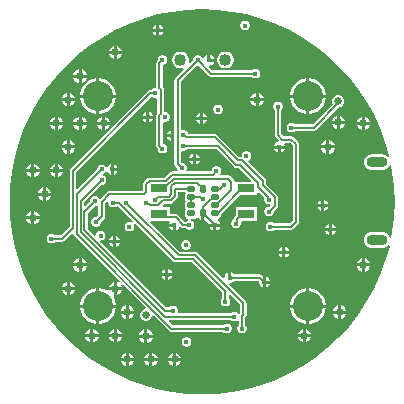
<source format=gbl>
G04*
G04 #@! TF.GenerationSoftware,Altium Limited,Altium Designer,23.3.1 (30)*
G04*
G04 Layer_Physical_Order=4*
G04 Layer_Color=16711680*
%FSLAX44Y44*%
%MOMM*%
G71*
G04*
G04 #@! TF.SameCoordinates,610A2BD2-EBF3-4158-A638-8146B1F39EFF*
G04*
G04*
G04 #@! TF.FilePolarity,Positive*
G04*
G01*
G75*
%ADD15C,0.1270*%
%ADD28R,1.4478X0.7620*%
%ADD79C,1.0200*%
%ADD80O,1.8000X0.9000*%
%ADD81C,0.5000*%
%ADD82C,0.4064*%
%ADD83C,0.6350*%
%ADD84C,2.5400*%
G04:AMPARAMS|DCode=97|XSize=0.63mm|YSize=0.5mm|CornerRadius=0.125mm|HoleSize=0mm|Usage=FLASHONLY|Rotation=0.000|XOffset=0mm|YOffset=0mm|HoleType=Round|Shape=RoundedRectangle|*
%AMROUNDEDRECTD97*
21,1,0.6300,0.2500,0,0,0.0*
21,1,0.3800,0.5000,0,0,0.0*
1,1,0.2500,0.1900,-0.1250*
1,1,0.2500,-0.1900,-0.1250*
1,1,0.2500,-0.1900,0.1250*
1,1,0.2500,0.1900,0.1250*
%
%ADD97ROUNDEDRECTD97*%
G04:AMPARAMS|DCode=98|XSize=0.63mm|YSize=0.5mm|CornerRadius=0.125mm|HoleSize=0mm|Usage=FLASHONLY|Rotation=90.000|XOffset=0mm|YOffset=0mm|HoleType=Round|Shape=RoundedRectangle|*
%AMROUNDEDRECTD98*
21,1,0.6300,0.2500,0,0,90.0*
21,1,0.3800,0.5000,0,0,90.0*
1,1,0.2500,0.1250,0.1900*
1,1,0.2500,0.1250,-0.1900*
1,1,0.2500,-0.1250,-0.1900*
1,1,0.2500,-0.1250,0.1900*
%
%ADD98ROUNDEDRECTD98*%
G36*
X266159Y415929D02*
X278874Y414424D01*
X291432Y411926D01*
X303755Y408451D01*
X315768Y404019D01*
X327396Y398658D01*
X338567Y392402D01*
X349213Y385289D01*
X359268Y377362D01*
X368671Y368671D01*
X377362Y359268D01*
X385289Y349213D01*
X392402Y338567D01*
X398658Y327396D01*
X404019Y315768D01*
X408451Y303755D01*
X411690Y292271D01*
X410602Y291682D01*
X410538Y291674D01*
X409194Y292706D01*
X407605Y293364D01*
X405900Y293588D01*
X396900D01*
X395195Y293364D01*
X393606Y292706D01*
X392241Y291659D01*
X391194Y290294D01*
X390536Y288705D01*
X390312Y287000D01*
X390536Y285295D01*
X391194Y283706D01*
X392241Y282341D01*
X393606Y281294D01*
X395195Y280636D01*
X396900Y280412D01*
X405900D01*
X407605Y280636D01*
X409194Y281294D01*
X410559Y282341D01*
X411606Y283706D01*
X411986Y284623D01*
X413306Y284493D01*
X414424Y278874D01*
X415929Y266159D01*
X416432Y253365D01*
X415929Y240571D01*
X414424Y227856D01*
X413456Y222987D01*
X413133Y222911D01*
X412156Y222965D01*
X411606Y224294D01*
X410559Y225659D01*
X409194Y226706D01*
X407605Y227364D01*
X405900Y227588D01*
X396900D01*
X395195Y227364D01*
X393606Y226706D01*
X392241Y225659D01*
X391194Y224294D01*
X390536Y222705D01*
X390312Y221000D01*
X390536Y219295D01*
X391194Y217706D01*
X392241Y216341D01*
X393606Y215294D01*
X395195Y214636D01*
X396900Y214412D01*
X405900D01*
X407605Y214636D01*
X409194Y215294D01*
X410559Y216341D01*
X410937Y216834D01*
X412125Y216296D01*
X411926Y215298D01*
X408451Y202975D01*
X404019Y190962D01*
X398658Y179334D01*
X392402Y168163D01*
X385289Y157517D01*
X377362Y147462D01*
X368671Y138059D01*
X359268Y129368D01*
X349213Y121441D01*
X338567Y114328D01*
X327396Y108071D01*
X315768Y102711D01*
X303755Y98279D01*
X291432Y94804D01*
X278874Y92306D01*
X266159Y90801D01*
X253365Y90298D01*
X240571Y90801D01*
X227856Y92306D01*
X215298Y94804D01*
X202975Y98279D01*
X190962Y102711D01*
X179334Y108071D01*
X168163Y114328D01*
X157517Y121441D01*
X147462Y129368D01*
X138059Y138059D01*
X129368Y147462D01*
X121441Y157517D01*
X114328Y168163D01*
X108071Y179334D01*
X102711Y190962D01*
X98279Y202975D01*
X94804Y215298D01*
X92306Y227856D01*
X90801Y240571D01*
X90298Y253365D01*
X90801Y266159D01*
X92306Y278874D01*
X94804Y291432D01*
X98279Y303755D01*
X102711Y315768D01*
X108071Y327396D01*
X114328Y338567D01*
X121441Y349213D01*
X129368Y359268D01*
X138059Y368671D01*
X147462Y377362D01*
X157517Y385289D01*
X168163Y392402D01*
X179334Y398658D01*
X190962Y404019D01*
X202975Y408451D01*
X215298Y411926D01*
X227856Y414424D01*
X240571Y415929D01*
X253365Y416432D01*
X266159Y415929D01*
D02*
G37*
%LPC*%
G36*
X217170Y403203D02*
Y400050D01*
X220323D01*
X219776Y401370D01*
X218490Y402656D01*
X217170Y403203D01*
D02*
G37*
G36*
X214630D02*
X213310Y402656D01*
X212024Y401370D01*
X211477Y400050D01*
X214630D01*
Y403203D01*
D02*
G37*
G36*
X290368Y406654D02*
X288752D01*
X287258Y406035D01*
X286115Y404892D01*
X285496Y403398D01*
Y401782D01*
X286115Y400288D01*
X287258Y399145D01*
X288752Y398526D01*
X290368D01*
X291862Y399145D01*
X293005Y400288D01*
X293624Y401782D01*
Y403398D01*
X293005Y404892D01*
X291862Y406035D01*
X290368Y406654D01*
D02*
G37*
G36*
X220323Y397510D02*
X217170D01*
Y394357D01*
X218490Y394904D01*
X219776Y396190D01*
X220323Y397510D01*
D02*
G37*
G36*
X214630D02*
X211477D01*
X212024Y396190D01*
X213310Y394904D01*
X214630Y394357D01*
Y397510D01*
D02*
G37*
G36*
X181178Y385466D02*
Y381076D01*
X185568D01*
X184753Y383044D01*
X183146Y384651D01*
X181178Y385466D01*
D02*
G37*
G36*
X178638D02*
X176671Y384651D01*
X175063Y383044D01*
X174248Y381076D01*
X178638D01*
Y385466D01*
D02*
G37*
G36*
X260350Y377803D02*
Y374650D01*
X263503D01*
X262956Y375970D01*
X261670Y377256D01*
X260350Y377803D01*
D02*
G37*
G36*
X185568Y378536D02*
X181178D01*
Y374146D01*
X183146Y374961D01*
X184753Y376569D01*
X185568Y378536D01*
D02*
G37*
G36*
X178638D02*
X174248D01*
X175063Y376569D01*
X176671Y374961D01*
X178638Y374146D01*
Y378536D01*
D02*
G37*
G36*
X273989Y380512D02*
X272111D01*
X270297Y380026D01*
X268671Y379087D01*
X267343Y377759D01*
X266404Y376133D01*
X265918Y374319D01*
Y372441D01*
X266404Y370627D01*
X267343Y369001D01*
X268671Y367673D01*
X270297Y366734D01*
X272111Y366248D01*
X273989D01*
X275803Y366734D01*
X277429Y367673D01*
X278757Y369001D01*
X279696Y370627D01*
X280182Y372441D01*
Y374319D01*
X279696Y376133D01*
X278757Y377759D01*
X277429Y379087D01*
X275803Y380026D01*
X273989Y380512D01*
D02*
G37*
G36*
X151194Y365476D02*
Y361086D01*
X155583D01*
X154768Y363054D01*
X153161Y364661D01*
X151194Y365476D01*
D02*
G37*
G36*
X148653D02*
X146686Y364661D01*
X145079Y363054D01*
X144264Y361086D01*
X148653D01*
Y365476D01*
D02*
G37*
G36*
X155583Y358546D02*
X151194D01*
Y354157D01*
X153161Y354972D01*
X154768Y356579D01*
X155583Y358546D01*
D02*
G37*
G36*
X148653D02*
X144264D01*
X145079Y356579D01*
X146686Y354972D01*
X148653Y354157D01*
Y358546D01*
D02*
G37*
G36*
X344401Y358140D02*
X344170D01*
Y344170D01*
X358140D01*
Y344401D01*
X357554Y347345D01*
X356405Y350119D01*
X354738Y352615D01*
X352615Y354738D01*
X350119Y356405D01*
X347345Y357554D01*
X344401Y358140D01*
D02*
G37*
G36*
X341630D02*
X341399D01*
X338455Y357554D01*
X335681Y356405D01*
X333185Y354738D01*
X331062Y352615D01*
X329394Y350119D01*
X328246Y347345D01*
X327660Y344401D01*
Y344170D01*
X341630D01*
Y358140D01*
D02*
G37*
G36*
X166601D02*
X166370D01*
Y344170D01*
X180340D01*
Y344401D01*
X179754Y347345D01*
X178605Y350119D01*
X176938Y352615D01*
X174815Y354738D01*
X172319Y356405D01*
X169545Y357554D01*
X166601Y358140D01*
D02*
G37*
G36*
X163830D02*
X163599D01*
X160655Y357554D01*
X157881Y356405D01*
X155385Y354738D01*
X153262Y352615D01*
X151594Y350119D01*
X150446Y347345D01*
X149860Y344401D01*
Y344170D01*
X163830D01*
Y358140D01*
D02*
G37*
G36*
X301117Y345486D02*
Y341097D01*
X305507D01*
X304692Y343064D01*
X303084Y344672D01*
X301117Y345486D01*
D02*
G37*
G36*
X298577D02*
X296610Y344672D01*
X295002Y343064D01*
X294187Y341097D01*
X298577D01*
Y345486D01*
D02*
G37*
G36*
X141199D02*
Y341097D01*
X145588D01*
X144774Y343064D01*
X143166Y344672D01*
X141199Y345486D01*
D02*
G37*
G36*
X138659D02*
X136691Y344672D01*
X135084Y343064D01*
X134269Y341097D01*
X138659D01*
Y345486D01*
D02*
G37*
G36*
X305507Y338557D02*
X301117D01*
Y334167D01*
X303084Y334982D01*
X304692Y336589D01*
X305507Y338557D01*
D02*
G37*
G36*
X298577D02*
X294187D01*
X295002Y336589D01*
X296610Y334982D01*
X298577Y334167D01*
Y338557D01*
D02*
G37*
G36*
X145588D02*
X141199D01*
Y334167D01*
X143166Y334982D01*
X144774Y336589D01*
X145588Y338557D01*
D02*
G37*
G36*
X138659D02*
X134269D01*
X135084Y336589D01*
X136691Y334982D01*
X138659Y334167D01*
Y338557D01*
D02*
G37*
G36*
X358140Y341630D02*
X344170D01*
Y327660D01*
X344401D01*
X347345Y328246D01*
X350119Y329394D01*
X352615Y331062D01*
X354738Y333185D01*
X356405Y335681D01*
X357554Y338455D01*
X358140Y341399D01*
Y341630D01*
D02*
G37*
G36*
X341630D02*
X327660D01*
Y341399D01*
X328246Y338455D01*
X329394Y335681D01*
X331062Y333185D01*
X333185Y331062D01*
X335681Y329394D01*
X338455Y328246D01*
X341399Y327660D01*
X341630D01*
Y341630D01*
D02*
G37*
G36*
X180340D02*
X166370D01*
Y327660D01*
X166601D01*
X169545Y328246D01*
X172319Y329394D01*
X174815Y331062D01*
X176938Y333185D01*
X178605Y335681D01*
X179754Y338455D01*
X180340Y341399D01*
Y341630D01*
D02*
G37*
G36*
X163830D02*
X149860D01*
Y341399D01*
X150446Y338455D01*
X151594Y335681D01*
X153262Y333185D01*
X155385Y331062D01*
X157881Y329394D01*
X160655Y328246D01*
X163599Y327660D01*
X163830D01*
Y341630D01*
D02*
G37*
G36*
X267508Y335534D02*
X265892D01*
X264398Y334915D01*
X263255Y333772D01*
X262636Y332278D01*
Y330662D01*
X263255Y329168D01*
X264398Y328025D01*
X265892Y327406D01*
X267508D01*
X269002Y328025D01*
X270145Y329168D01*
X270764Y330662D01*
Y332278D01*
X270145Y333772D01*
X269002Y334915D01*
X267508Y335534D01*
D02*
G37*
G36*
X208640Y329543D02*
Y326390D01*
X211793D01*
X211246Y327710D01*
X209960Y328996D01*
X208640Y329543D01*
D02*
G37*
G36*
X206100D02*
X204780Y328996D01*
X203494Y327710D01*
X202947Y326390D01*
X206100D01*
Y329543D01*
D02*
G37*
G36*
X254000Y328403D02*
Y325250D01*
X257153D01*
X256606Y326570D01*
X255320Y327856D01*
X254000Y328403D01*
D02*
G37*
G36*
X251460D02*
X250140Y327856D01*
X248854Y326570D01*
X248307Y325250D01*
X251460D01*
Y328403D01*
D02*
G37*
G36*
X369805Y326273D02*
Y321883D01*
X374195D01*
X373380Y323850D01*
X371772Y325458D01*
X369805Y326273D01*
D02*
G37*
G36*
X367265D02*
X365298Y325458D01*
X363690Y323850D01*
X362875Y321883D01*
X367265D01*
Y326273D01*
D02*
G37*
G36*
X391071Y325497D02*
Y321107D01*
X395461D01*
X394646Y323074D01*
X393038Y324682D01*
X391071Y325497D01*
D02*
G37*
G36*
X388531D02*
X386564Y324682D01*
X384956Y323074D01*
X384141Y321107D01*
X388531D01*
Y325497D01*
D02*
G37*
G36*
X171183D02*
Y321107D01*
X175573D01*
X174758Y323074D01*
X173151Y324682D01*
X171183Y325497D01*
D02*
G37*
G36*
X168643D02*
X166676Y324682D01*
X165068Y323074D01*
X164254Y321107D01*
X168643D01*
Y325497D01*
D02*
G37*
G36*
X151194D02*
Y321107D01*
X155583D01*
X154768Y323074D01*
X153161Y324682D01*
X151194Y325497D01*
D02*
G37*
G36*
X148653D02*
X146686Y324682D01*
X145079Y323074D01*
X144264Y321107D01*
X148653D01*
Y325497D01*
D02*
G37*
G36*
X131204D02*
Y321107D01*
X135594D01*
X134779Y323074D01*
X133171Y324682D01*
X131204Y325497D01*
D02*
G37*
G36*
X128664D02*
X126696Y324682D01*
X125089Y323074D01*
X124274Y321107D01*
X128664D01*
Y325497D01*
D02*
G37*
G36*
X235889Y380512D02*
X234011D01*
X232197Y380026D01*
X230571Y379087D01*
X229243Y377759D01*
X228304Y376133D01*
X227818Y374319D01*
Y372441D01*
X228304Y370627D01*
X229243Y369001D01*
X230571Y367673D01*
X232197Y366734D01*
X234011Y366248D01*
X235889D01*
X236943Y366530D01*
X237600Y365392D01*
X230573Y358365D01*
X229984Y357483D01*
X229777Y356442D01*
Y314541D01*
X229067Y314067D01*
Y309270D01*
Y304472D01*
X229777Y303998D01*
Y285664D01*
X229984Y284623D01*
X230573Y283741D01*
X232156Y282158D01*
Y281132D01*
X232483Y280341D01*
X231682Y279071D01*
X227742D01*
X227742Y279071D01*
X226701Y278864D01*
X225819Y278275D01*
X221409Y273864D01*
X208826D01*
X207786Y273657D01*
X206903Y273068D01*
X203817Y269981D01*
X203228Y269099D01*
X203021Y268059D01*
Y262746D01*
X202682Y262408D01*
X174599D01*
X174599Y262408D01*
X173558Y262201D01*
X172676Y261612D01*
X167141Y256076D01*
X166005Y256302D01*
X164862Y257445D01*
X163368Y258064D01*
X161752D01*
X160258Y257445D01*
X159115Y256302D01*
X158496Y254808D01*
Y253782D01*
X154261Y249546D01*
X153087Y250032D01*
Y252852D01*
X167952Y267716D01*
X168978D01*
X170472Y268335D01*
X171615Y269478D01*
X172234Y270972D01*
Y272588D01*
X171615Y274082D01*
X170472Y275225D01*
X169585Y275593D01*
Y276967D01*
X170472Y277335D01*
X171615Y278478D01*
X171708Y278701D01*
X173082D01*
X173294Y278190D01*
X174580Y276904D01*
X175900Y276357D01*
Y280780D01*
Y285203D01*
X174580Y284656D01*
X173294Y283370D01*
X173082Y282859D01*
X171708D01*
X171615Y283082D01*
X170472Y284225D01*
X168978Y284844D01*
X167362D01*
X165868Y284225D01*
X164725Y283082D01*
X164106Y281588D01*
Y280562D01*
X147657Y264112D01*
X146483Y264598D01*
Y278528D01*
X210504Y342548D01*
X211058Y341995D01*
X212552Y341376D01*
X214168D01*
X214284Y341424D01*
X215340Y340718D01*
Y329061D01*
X215247Y328968D01*
X214658Y328086D01*
X214451Y327045D01*
Y300990D01*
X214658Y299949D01*
X215247Y299067D01*
X215646Y298668D01*
Y297642D01*
X216265Y296148D01*
X217408Y295005D01*
X218902Y294386D01*
X220518D01*
X222012Y295005D01*
X223155Y296148D01*
X223774Y297642D01*
Y299258D01*
X223155Y300752D01*
X222012Y301895D01*
X220518Y302514D01*
X219889D01*
Y320407D01*
X220945Y321113D01*
X221082Y321056D01*
X222698D01*
X224192Y321675D01*
X225335Y322818D01*
X225954Y324312D01*
Y325928D01*
X225335Y327422D01*
X224192Y328565D01*
X222698Y329184D01*
X221082D01*
X220778Y329387D01*
Y348943D01*
X220571Y349983D01*
X219982Y350866D01*
X219982Y350866D01*
X219889Y350958D01*
Y369316D01*
X220518D01*
X222012Y369935D01*
X223155Y371078D01*
X223774Y372572D01*
Y374188D01*
X223155Y375682D01*
X222012Y376825D01*
X220518Y377444D01*
X218902D01*
X217408Y376825D01*
X216265Y375682D01*
X215646Y374188D01*
Y373162D01*
X215247Y372763D01*
X214658Y371881D01*
X214451Y370840D01*
Y350677D01*
X214233Y349774D01*
X213221Y349504D01*
X212552D01*
X211058Y348885D01*
X210205Y348032D01*
X209423D01*
X208382Y347825D01*
X207500Y347236D01*
X141841Y281577D01*
X141252Y280695D01*
X141045Y279654D01*
Y232520D01*
X133494Y224969D01*
X128758D01*
X128032Y225695D01*
X126538Y226314D01*
X124922D01*
X123428Y225695D01*
X122285Y224552D01*
X121666Y223058D01*
Y221442D01*
X122285Y219948D01*
X123428Y218805D01*
X124922Y218186D01*
X126538D01*
X128032Y218805D01*
X128758Y219531D01*
X134620D01*
X135661Y219738D01*
X136543Y220327D01*
X143173Y226958D01*
X144347Y226472D01*
Y226314D01*
X144554Y225273D01*
X145143Y224391D01*
X183591Y185943D01*
X182872Y184867D01*
X181178Y185568D01*
Y181178D01*
X185568D01*
X184867Y182872D01*
X185943Y183591D01*
X205577Y163957D01*
X205051Y162687D01*
X204704D01*
X202791Y161894D01*
X201326Y160429D01*
X200533Y158516D01*
Y156444D01*
X201326Y154530D01*
X202791Y153066D01*
X204704Y152273D01*
X206776D01*
X208689Y153066D01*
X210154Y154530D01*
X210947Y156444D01*
Y156791D01*
X212217Y157317D01*
X225407Y144127D01*
X226289Y143538D01*
X227330Y143331D01*
X271292D01*
X272018Y142605D01*
X273512Y141986D01*
X275128D01*
X276622Y142605D01*
X277765Y143748D01*
X278384Y145242D01*
Y146858D01*
X277765Y148352D01*
X276622Y149495D01*
X275128Y150114D01*
X273512D01*
X272018Y149495D01*
X271292Y148769D01*
X228456D01*
X224908Y152317D01*
X225394Y153491D01*
X277642D01*
X278368Y152765D01*
X279862Y152146D01*
X281478D01*
X282972Y152765D01*
X283031Y152823D01*
X284301Y152297D01*
Y149078D01*
X283575Y148352D01*
X282956Y146858D01*
Y145242D01*
X283575Y143748D01*
X284718Y142605D01*
X286212Y141986D01*
X287828D01*
X289322Y142605D01*
X290465Y143748D01*
X291084Y145242D01*
Y146858D01*
X290465Y148352D01*
X289739Y149078D01*
Y155462D01*
X290213Y155935D01*
X290802Y156817D01*
X291009Y157858D01*
X291009Y157858D01*
Y167640D01*
X290802Y168681D01*
X290213Y169563D01*
X276388Y183388D01*
X276914Y184658D01*
X277769D01*
X279450Y185354D01*
X280606Y186511D01*
X301134D01*
X301498Y186146D01*
Y184511D01*
X302194Y182830D01*
X303480Y181544D01*
X304800Y180997D01*
Y185420D01*
Y190536D01*
X304183Y191153D01*
X303301Y191742D01*
X302260Y191949D01*
X280606D01*
X279450Y193106D01*
X278130Y193653D01*
Y189230D01*
X275590D01*
Y193653D01*
X274270Y193106D01*
X272984Y191820D01*
X272288Y190139D01*
Y189284D01*
X271018Y188758D01*
X249425Y210350D01*
X248543Y210940D01*
X247502Y211147D01*
X234659D01*
X209489Y236317D01*
X209975Y237490D01*
X220082D01*
X220345Y237438D01*
X220345Y237438D01*
X225503D01*
X225952Y236168D01*
X225447Y234950D01*
X229870D01*
Y233680D01*
X231140D01*
Y229257D01*
X232460Y229804D01*
X233746Y231090D01*
X233949Y231580D01*
X235447Y231878D01*
X235567Y231757D01*
X235567Y231757D01*
X236449Y231168D01*
X237490Y230961D01*
X239542D01*
X240268Y230235D01*
X241762Y229616D01*
X243378D01*
X244872Y230235D01*
X246015Y231378D01*
X246634Y232872D01*
Y234488D01*
X246015Y235982D01*
X244872Y237125D01*
X243645Y237634D01*
X243897Y238904D01*
X245950D01*
X247231Y239158D01*
X248221Y239820D01*
X248372Y239880D01*
X249775Y239781D01*
X250018Y239418D01*
X251271Y238580D01*
X252730Y238290D01*
Y244050D01*
X255270D01*
Y238290D01*
X255449Y238325D01*
X258825Y234950D01*
X268583D01*
X268036Y236270D01*
X266750Y237556D01*
X266372Y237713D01*
X266502Y239033D01*
X267131Y239158D01*
X268216Y239884D01*
X268941Y240969D01*
X269196Y242250D01*
Y242765D01*
X269641Y243062D01*
X285405Y258826D01*
X300101D01*
Y260801D01*
X301274Y261287D01*
X306011Y256550D01*
X305816Y256078D01*
Y254462D01*
X306435Y252968D01*
X307578Y251825D01*
X309072Y251206D01*
X310334D01*
X310930Y250149D01*
X310957Y250033D01*
X310098Y249174D01*
X309072D01*
X307578Y248555D01*
X306435Y247412D01*
X305816Y245918D01*
Y244302D01*
X306435Y242808D01*
X307578Y241665D01*
X309072Y241046D01*
X310688D01*
X312182Y241665D01*
X313325Y242808D01*
X313944Y244302D01*
Y245328D01*
X316502Y247886D01*
X316502Y247886D01*
X317091Y248768D01*
X317298Y249809D01*
X317298Y249809D01*
Y257216D01*
X317091Y258257D01*
X316502Y259139D01*
X316502Y259139D01*
X307265Y268376D01*
Y271161D01*
X307058Y272201D01*
X306469Y273084D01*
X306469Y273084D01*
X292524Y287028D01*
X292822Y288526D01*
X293132Y288655D01*
X294275Y289798D01*
X294894Y291292D01*
Y292908D01*
X294275Y294402D01*
X293132Y295545D01*
X291638Y296164D01*
X290022D01*
X288528Y295545D01*
X287385Y294402D01*
X286766Y292908D01*
Y291349D01*
X284884D01*
X265970Y310263D01*
X265088Y310853D01*
X264047Y311060D01*
X241400D01*
X240935Y312182D01*
X239792Y313325D01*
X238298Y313944D01*
X236682D01*
X236271Y313774D01*
X235215Y314480D01*
Y355316D01*
X248626Y368727D01*
X250242D01*
X258941Y360027D01*
X259823Y359438D01*
X260864Y359231D01*
X295422D01*
X296148Y358505D01*
X297642Y357886D01*
X299258D01*
X300752Y358505D01*
X301895Y359648D01*
X302514Y361142D01*
Y362758D01*
X301895Y364252D01*
X300752Y365395D01*
X299258Y366014D01*
X297642D01*
X296148Y365395D01*
X295422Y364669D01*
X261990D01*
X259122Y367538D01*
X259648Y368808D01*
X259989D01*
X261670Y369504D01*
X262956Y370790D01*
X263503Y372110D01*
X259080D01*
Y373380D01*
X257810D01*
Y377803D01*
X256490Y377256D01*
X255204Y375970D01*
X254669Y374679D01*
X253335Y374583D01*
X252879Y375682D01*
X251736Y376825D01*
X250242Y377444D01*
X248626D01*
X247132Y376825D01*
X245989Y375682D01*
X245370Y374188D01*
Y373162D01*
X242938Y370730D01*
X241800Y371387D01*
X242082Y372441D01*
Y374319D01*
X241596Y376133D01*
X240657Y377759D01*
X239329Y379087D01*
X237703Y380026D01*
X235889Y380512D01*
D02*
G37*
G36*
X211793Y323850D02*
X208640D01*
Y320697D01*
X209960Y321244D01*
X211246Y322530D01*
X211793Y323850D01*
D02*
G37*
G36*
X206100D02*
X202947D01*
X203494Y322530D01*
X204780Y321244D01*
X206100Y320697D01*
Y323850D01*
D02*
G37*
G36*
X257153Y322710D02*
X254000D01*
Y319557D01*
X255320Y320104D01*
X256606Y321390D01*
X257153Y322710D01*
D02*
G37*
G36*
X251460D02*
X248307D01*
X248854Y321390D01*
X250140Y320104D01*
X251460Y319557D01*
Y322710D01*
D02*
G37*
G36*
X369571Y343600D02*
X367499D01*
X365586Y342807D01*
X364121Y341342D01*
X363328Y339428D01*
Y337357D01*
X363894Y335990D01*
X346854Y318949D01*
X331958D01*
X331232Y319675D01*
X329738Y320294D01*
X328122D01*
X326628Y319675D01*
X325485Y318532D01*
X324866Y317038D01*
Y315422D01*
X325485Y313928D01*
X326628Y312785D01*
X328122Y312166D01*
X329738D01*
X331232Y312785D01*
X331958Y313511D01*
X347980D01*
X349021Y313718D01*
X349903Y314307D01*
X368781Y333186D01*
X369571D01*
X371485Y333979D01*
X372949Y335443D01*
X373742Y337357D01*
Y339428D01*
X372949Y341342D01*
X371485Y342807D01*
X369571Y343600D01*
D02*
G37*
G36*
X374195Y319343D02*
X369805D01*
Y314953D01*
X371772Y315768D01*
X373380Y317375D01*
X374195Y319343D01*
D02*
G37*
G36*
X367265D02*
X362875D01*
X363690Y317375D01*
X365298Y315768D01*
X367265Y314953D01*
Y319343D01*
D02*
G37*
G36*
X395461Y318567D02*
X391071D01*
Y314177D01*
X393038Y314992D01*
X394646Y316600D01*
X395461Y318567D01*
D02*
G37*
G36*
X388531D02*
X384141D01*
X384956Y316600D01*
X386564Y314992D01*
X388531Y314177D01*
Y318567D01*
D02*
G37*
G36*
X175573D02*
X171183D01*
Y314177D01*
X173151Y314992D01*
X174758Y316600D01*
X175573Y318567D01*
D02*
G37*
G36*
X168643D02*
X164254D01*
X165068Y316600D01*
X166676Y314992D01*
X168643Y314177D01*
Y318567D01*
D02*
G37*
G36*
X155583D02*
X151194D01*
Y314177D01*
X153161Y314992D01*
X154768Y316600D01*
X155583Y318567D01*
D02*
G37*
G36*
X148653D02*
X144264D01*
X145079Y316600D01*
X146686Y314992D01*
X148653Y314177D01*
Y318567D01*
D02*
G37*
G36*
X135594D02*
X131204D01*
Y314177D01*
X133171Y314992D01*
X134779Y316600D01*
X135594Y318567D01*
D02*
G37*
G36*
X128664D02*
X124274D01*
X125089Y316600D01*
X126696Y314992D01*
X128664Y314177D01*
Y318567D01*
D02*
G37*
G36*
X226527Y313692D02*
X225207Y313146D01*
X223921Y311859D01*
X223374Y310540D01*
X226527D01*
Y313692D01*
D02*
G37*
G36*
Y308000D02*
X223374D01*
X223921Y306680D01*
X225207Y305394D01*
X226527Y304847D01*
Y308000D01*
D02*
G37*
G36*
X361086Y305507D02*
Y301117D01*
X365476D01*
X364661Y303084D01*
X363054Y304692D01*
X361086Y305507D01*
D02*
G37*
G36*
X358546D02*
X356579Y304692D01*
X354972Y303084D01*
X354157Y301117D01*
X358546D01*
Y305507D01*
D02*
G37*
G36*
X141199D02*
Y301117D01*
X145588D01*
X144774Y303084D01*
X143166Y304692D01*
X141199Y305507D01*
D02*
G37*
G36*
X138659D02*
X136691Y304692D01*
X135084Y303084D01*
X134269Y301117D01*
X138659D01*
Y305507D01*
D02*
G37*
G36*
X323193Y298450D02*
X320040D01*
Y295297D01*
X321360Y295844D01*
X322646Y297130D01*
X323193Y298450D01*
D02*
G37*
G36*
X317500D02*
X314347D01*
X314894Y297130D01*
X316180Y295844D01*
X317500Y295297D01*
Y298450D01*
D02*
G37*
G36*
X365476Y298577D02*
X361086D01*
Y294187D01*
X363054Y295002D01*
X364661Y296610D01*
X365476Y298577D01*
D02*
G37*
G36*
X358546D02*
X354157D01*
X354972Y296610D01*
X356579Y295002D01*
X358546Y294187D01*
Y298577D01*
D02*
G37*
G36*
X145588D02*
X141199D01*
Y294187D01*
X143166Y295002D01*
X144774Y296610D01*
X145588Y298577D01*
D02*
G37*
G36*
X138659D02*
X134269D01*
X135084Y296610D01*
X136691Y295002D01*
X138659Y294187D01*
Y298577D01*
D02*
G37*
G36*
X178440Y285203D02*
Y282050D01*
X181593D01*
X181046Y283370D01*
X179760Y284656D01*
X178440Y285203D01*
D02*
G37*
G36*
X131204Y285517D02*
Y281127D01*
X135594D01*
X134779Y283095D01*
X133171Y284702D01*
X131204Y285517D01*
D02*
G37*
G36*
X128664D02*
X126696Y284702D01*
X125089Y283095D01*
X124274Y281127D01*
X128664D01*
Y285517D01*
D02*
G37*
G36*
X111214D02*
Y281127D01*
X115604D01*
X114789Y283095D01*
X113181Y284702D01*
X111214Y285517D01*
D02*
G37*
G36*
X108674D02*
X106707Y284702D01*
X105099Y283095D01*
X104284Y281127D01*
X108674D01*
Y285517D01*
D02*
G37*
G36*
X181593Y279510D02*
X178440D01*
Y276357D01*
X179760Y276904D01*
X181046Y278190D01*
X181593Y279510D01*
D02*
G37*
G36*
X135594Y278587D02*
X131204D01*
Y274197D01*
X133171Y275012D01*
X134779Y276620D01*
X135594Y278587D01*
D02*
G37*
G36*
X128664D02*
X124274D01*
X125089Y276620D01*
X126696Y275012D01*
X128664Y274197D01*
Y278587D01*
D02*
G37*
G36*
X115604D02*
X111214D01*
Y274197D01*
X113181Y275012D01*
X114789Y276620D01*
X115604Y278587D01*
D02*
G37*
G36*
X108674D02*
X104284D01*
X105099Y276620D01*
X106707Y275012D01*
X108674Y274197D01*
Y278587D01*
D02*
G37*
G36*
X121209Y265527D02*
Y261137D01*
X125599D01*
X124784Y263105D01*
X123176Y264712D01*
X121209Y265527D01*
D02*
G37*
G36*
X118669D02*
X116701Y264712D01*
X115094Y263105D01*
X114279Y261137D01*
X118669D01*
Y265527D01*
D02*
G37*
G36*
X125599Y258597D02*
X121209D01*
Y254208D01*
X123176Y255023D01*
X124784Y256630D01*
X125599Y258597D01*
D02*
G37*
G36*
X118669D02*
X114279D01*
X115094Y256630D01*
X116701Y255023D01*
X118669Y254208D01*
Y258597D01*
D02*
G37*
G36*
X356870Y254613D02*
Y251460D01*
X360023D01*
X359476Y252780D01*
X358190Y254066D01*
X356870Y254613D01*
D02*
G37*
G36*
X354330D02*
X353010Y254066D01*
X351724Y252780D01*
X351177Y251460D01*
X354330D01*
Y254613D01*
D02*
G37*
G36*
X360023Y248920D02*
X356870D01*
Y245767D01*
X358190Y246314D01*
X359476Y247600D01*
X360023Y248920D01*
D02*
G37*
G36*
X354330D02*
X351177D01*
X351724Y247600D01*
X353010Y246314D01*
X354330Y245767D01*
Y248920D01*
D02*
G37*
G36*
X111214Y245537D02*
Y241148D01*
X115604D01*
X114789Y243115D01*
X113181Y244722D01*
X111214Y245537D01*
D02*
G37*
G36*
X108674D02*
X106707Y244722D01*
X105099Y243115D01*
X104284Y241148D01*
X108674D01*
Y245537D01*
D02*
G37*
G36*
X318308Y338074D02*
X316692D01*
X315198Y337455D01*
X314055Y336312D01*
X313436Y334818D01*
Y333202D01*
X314055Y331708D01*
X314781Y330982D01*
Y309880D01*
X314988Y308839D01*
X315577Y307957D01*
X318069Y305465D01*
X317568Y304171D01*
X316180Y303596D01*
X314894Y302310D01*
X314347Y300990D01*
X323193D01*
X322741Y302081D01*
X323264Y303351D01*
X327804D01*
X330021Y301134D01*
Y237346D01*
X327804Y235129D01*
X314178D01*
X313452Y235855D01*
X311958Y236474D01*
X310342D01*
X308848Y235855D01*
X307705Y234712D01*
X307086Y233218D01*
Y231602D01*
X307705Y230108D01*
X308848Y228965D01*
X310342Y228346D01*
X311958D01*
X313452Y228965D01*
X314178Y229691D01*
X328930D01*
X329971Y229898D01*
X330853Y230487D01*
X334663Y234297D01*
X335252Y235179D01*
X335459Y236220D01*
Y302260D01*
X335252Y303301D01*
X334663Y304183D01*
X330853Y307993D01*
X329971Y308582D01*
X328930Y308789D01*
X322436D01*
X320219Y311006D01*
Y330982D01*
X320945Y331708D01*
X321564Y333202D01*
Y334818D01*
X320945Y336312D01*
X319802Y337455D01*
X318308Y338074D01*
D02*
G37*
G36*
X115604Y238608D02*
X111214D01*
Y234218D01*
X113181Y235033D01*
X114789Y236640D01*
X115604Y238608D01*
D02*
G37*
G36*
X108674D02*
X104284D01*
X105099Y236640D01*
X106707Y235033D01*
X108674Y234218D01*
Y238608D01*
D02*
G37*
G36*
X363220Y234293D02*
Y231140D01*
X366373D01*
X365826Y232460D01*
X364540Y233746D01*
X363220Y234293D01*
D02*
G37*
G36*
X360680D02*
X359360Y233746D01*
X358074Y232460D01*
X357527Y231140D01*
X360680D01*
Y234293D01*
D02*
G37*
G36*
X300101Y249174D02*
X281559D01*
Y241336D01*
X280552Y240328D01*
X279962Y239446D01*
X279764Y238447D01*
X279638Y238395D01*
X278495Y237252D01*
X277876Y235758D01*
Y234142D01*
X278495Y232648D01*
X279638Y231505D01*
X281132Y230886D01*
X282748D01*
X284242Y231505D01*
X285385Y232648D01*
X286004Y234142D01*
Y235758D01*
X285813Y236220D01*
X286661Y237490D01*
X300101D01*
Y249174D01*
D02*
G37*
G36*
X268583Y232410D02*
X265430D01*
Y229257D01*
X266750Y229804D01*
X268036Y231090D01*
X268583Y232410D01*
D02*
G37*
G36*
X262890D02*
X259737D01*
X260284Y231090D01*
X261570Y229804D01*
X262890Y229257D01*
Y232410D01*
D02*
G37*
G36*
X228600D02*
X225447D01*
X225994Y231090D01*
X227280Y229804D01*
X228600Y229257D01*
Y232410D01*
D02*
G37*
G36*
X366373Y228600D02*
X363220D01*
Y225447D01*
X364540Y225994D01*
X365826Y227280D01*
X366373Y228600D01*
D02*
G37*
G36*
X360680D02*
X357527D01*
X358074Y227280D01*
X359360Y225994D01*
X360680Y225447D01*
Y228600D01*
D02*
G37*
G36*
X240347Y220625D02*
X238730D01*
X237236Y220007D01*
X236093Y218863D01*
X235474Y217369D01*
Y215753D01*
X236093Y214259D01*
X237236Y213116D01*
X238730Y212497D01*
X240347D01*
X241840Y213116D01*
X242983Y214259D01*
X243602Y215753D01*
Y217369D01*
X242983Y218863D01*
X241840Y220007D01*
X240347Y220625D01*
D02*
G37*
G36*
X323850Y215243D02*
Y212090D01*
X327003D01*
X326456Y213410D01*
X325170Y214696D01*
X323850Y215243D01*
D02*
G37*
G36*
X321310D02*
X319990Y214696D01*
X318704Y213410D01*
X318157Y212090D01*
X321310D01*
Y215243D01*
D02*
G37*
G36*
X327003Y209550D02*
X323850D01*
Y206397D01*
X325170Y206944D01*
X326456Y208230D01*
X327003Y209550D01*
D02*
G37*
G36*
X321310D02*
X318157D01*
X318704Y208230D01*
X319990Y206944D01*
X321310Y206397D01*
Y209550D01*
D02*
G37*
G36*
X391071Y205558D02*
Y201168D01*
X395461D01*
X394646Y203135D01*
X393038Y204743D01*
X391071Y205558D01*
D02*
G37*
G36*
X388531D02*
X386564Y204743D01*
X384956Y203135D01*
X384141Y201168D01*
X388531D01*
Y205558D01*
D02*
G37*
G36*
X151194D02*
Y201168D01*
X155583D01*
X154768Y203135D01*
X153161Y204743D01*
X151194Y205558D01*
D02*
G37*
G36*
X148653D02*
X146686Y204743D01*
X145079Y203135D01*
X144264Y201168D01*
X148653D01*
Y205558D01*
D02*
G37*
G36*
X395461Y198628D02*
X391071D01*
Y194238D01*
X393038Y195053D01*
X394646Y196661D01*
X395461Y198628D01*
D02*
G37*
G36*
X388531D02*
X384141D01*
X384956Y196661D01*
X386564Y195053D01*
X388531Y194238D01*
Y198628D01*
D02*
G37*
G36*
X155583D02*
X151194D01*
Y194238D01*
X153161Y195053D01*
X154768Y196661D01*
X155583Y198628D01*
D02*
G37*
G36*
X148653D02*
X144264D01*
X145079Y196661D01*
X146686Y195053D01*
X148653Y194238D01*
Y198628D01*
D02*
G37*
G36*
X307340Y189843D02*
Y186690D01*
X310493D01*
X309946Y188010D01*
X308660Y189296D01*
X307340Y189843D01*
D02*
G37*
G36*
X178638Y185568D02*
X176671Y184753D01*
X175063Y183146D01*
X174248Y181178D01*
X178638D01*
Y185568D01*
D02*
G37*
G36*
X141199D02*
Y181178D01*
X145588D01*
X144774Y183146D01*
X143166Y184753D01*
X141199Y185568D01*
D02*
G37*
G36*
X138659D02*
X136691Y184753D01*
X135084Y183146D01*
X134269Y181178D01*
X138659D01*
Y185568D01*
D02*
G37*
G36*
X310493Y184150D02*
X307340D01*
Y180997D01*
X308660Y181544D01*
X309946Y182830D01*
X310493Y184150D01*
D02*
G37*
G36*
X185568Y178638D02*
X181178D01*
Y174248D01*
X183146Y175063D01*
X184753Y176671D01*
X185568Y178638D01*
D02*
G37*
G36*
X145588D02*
X141199D01*
Y174248D01*
X143166Y175063D01*
X144774Y176671D01*
X145588Y178638D01*
D02*
G37*
G36*
X138659D02*
X134269D01*
X135084Y176671D01*
X136691Y175063D01*
X138659Y174248D01*
Y178638D01*
D02*
G37*
G36*
X344401Y180340D02*
X344170D01*
Y166370D01*
X358140D01*
Y166601D01*
X357554Y169545D01*
X356405Y172319D01*
X354738Y174815D01*
X352615Y176938D01*
X350119Y178605D01*
X347345Y179754D01*
X344401Y180340D01*
D02*
G37*
G36*
X341630D02*
X341399D01*
X338455Y179754D01*
X335681Y178605D01*
X333185Y176938D01*
X331062Y174815D01*
X329394Y172319D01*
X328246Y169545D01*
X327660Y166601D01*
Y166370D01*
X341630D01*
Y180340D01*
D02*
G37*
G36*
X166601D02*
X166370D01*
Y166370D01*
X180340D01*
Y166601D01*
X179754Y169545D01*
X178605Y172319D01*
X178080Y173105D01*
X178552Y173847D01*
X178638Y173938D01*
Y178638D01*
X173938D01*
X173847Y178552D01*
X173105Y178080D01*
X172319Y178605D01*
X169545Y179754D01*
X166601Y180340D01*
D02*
G37*
G36*
X163830D02*
X163599D01*
X160655Y179754D01*
X157881Y178605D01*
X155385Y176938D01*
X153262Y174815D01*
X151594Y172319D01*
X150446Y169545D01*
X149860Y166601D01*
Y166370D01*
X163830D01*
Y180340D01*
D02*
G37*
G36*
X371081Y165578D02*
Y161188D01*
X375471D01*
X374656Y163156D01*
X373049Y164763D01*
X371081Y165578D01*
D02*
G37*
G36*
X368541D02*
X366574Y164763D01*
X364966Y163156D01*
X364151Y161188D01*
X368541D01*
Y165578D01*
D02*
G37*
G36*
X191173D02*
Y161188D01*
X195563D01*
X194748Y163156D01*
X193140Y164763D01*
X191173Y165578D01*
D02*
G37*
G36*
X188633D02*
X186666Y164763D01*
X185058Y163156D01*
X184243Y161188D01*
X188633D01*
Y165578D01*
D02*
G37*
G36*
X375471Y158648D02*
X371081D01*
Y154259D01*
X373049Y155073D01*
X374656Y156681D01*
X375471Y158648D01*
D02*
G37*
G36*
X368541D02*
X364151D01*
X364966Y156681D01*
X366574Y155073D01*
X368541Y154259D01*
Y158648D01*
D02*
G37*
G36*
X195563D02*
X191173D01*
Y154259D01*
X193140Y155073D01*
X194748Y156681D01*
X195563Y158648D01*
D02*
G37*
G36*
X188633D02*
X184243D01*
X185058Y156681D01*
X186666Y155073D01*
X188633Y154259D01*
Y158648D01*
D02*
G37*
G36*
X358140Y163830D02*
X344170D01*
Y149860D01*
X344401D01*
X347345Y150446D01*
X350119Y151594D01*
X352615Y153262D01*
X354738Y155385D01*
X356405Y157881D01*
X357554Y160655D01*
X358140Y163599D01*
Y163830D01*
D02*
G37*
G36*
X341630D02*
X327660D01*
Y163599D01*
X328246Y160655D01*
X329394Y157881D01*
X331062Y155385D01*
X333185Y153262D01*
X335681Y151594D01*
X338455Y150446D01*
X341399Y149860D01*
X341630D01*
Y163830D01*
D02*
G37*
G36*
X180340D02*
X166370D01*
Y149860D01*
X166601D01*
X169545Y150446D01*
X172319Y151594D01*
X174815Y153262D01*
X176938Y155385D01*
X178605Y157881D01*
X179754Y160655D01*
X180340Y163599D01*
Y163830D01*
D02*
G37*
G36*
X163830D02*
X149860D01*
Y163599D01*
X150446Y160655D01*
X151594Y157881D01*
X153262Y155385D01*
X155385Y153262D01*
X157881Y151594D01*
X160655Y150446D01*
X163599Y149860D01*
X163830D01*
Y163830D01*
D02*
G37*
G36*
X341097Y145588D02*
Y141199D01*
X345486D01*
X344672Y143166D01*
X343064Y144774D01*
X341097Y145588D01*
D02*
G37*
G36*
X338557D02*
X336589Y144774D01*
X334982Y143166D01*
X334167Y141199D01*
X338557D01*
Y145588D01*
D02*
G37*
G36*
X181178D02*
Y141199D01*
X185568D01*
X184753Y143166D01*
X183146Y144774D01*
X181178Y145588D01*
D02*
G37*
G36*
X178638D02*
X176671Y144774D01*
X175063Y143166D01*
X174248Y141199D01*
X178638D01*
Y145588D01*
D02*
G37*
G36*
X161188D02*
Y141199D01*
X165578D01*
X164763Y143166D01*
X163156Y144774D01*
X161188Y145588D01*
D02*
G37*
G36*
X158648D02*
X156681Y144774D01*
X155073Y143166D01*
X154259Y141199D01*
X158648D01*
Y145588D01*
D02*
G37*
G36*
X207010Y145360D02*
Y140970D01*
X211400D01*
X210585Y142937D01*
X208977Y144545D01*
X207010Y145360D01*
D02*
G37*
G36*
X204470D02*
X202503Y144545D01*
X200895Y142937D01*
X200080Y140970D01*
X204470D01*
Y145360D01*
D02*
G37*
G36*
X345486Y138659D02*
X341097D01*
Y134269D01*
X343064Y135084D01*
X344672Y136691D01*
X345486Y138659D01*
D02*
G37*
G36*
X338557D02*
X334167D01*
X334982Y136691D01*
X336589Y135084D01*
X338557Y134269D01*
Y138659D01*
D02*
G37*
G36*
X185568D02*
X181178D01*
Y134269D01*
X183146Y135084D01*
X184753Y136691D01*
X185568Y138659D01*
D02*
G37*
G36*
X178638D02*
X174248D01*
X175063Y136691D01*
X176671Y135084D01*
X178638Y134269D01*
Y138659D01*
D02*
G37*
G36*
X165578D02*
X161188D01*
Y134269D01*
X163156Y135084D01*
X164763Y136691D01*
X165578Y138659D01*
D02*
G37*
G36*
X158648D02*
X154259D01*
X155073Y136691D01*
X156681Y135084D01*
X158648Y134269D01*
Y138659D01*
D02*
G37*
G36*
X211400Y138430D02*
X207010D01*
Y134040D01*
X208977Y134855D01*
X210585Y136463D01*
X211400Y138430D01*
D02*
G37*
G36*
X204470D02*
X200080D01*
X200895Y136463D01*
X202503Y134855D01*
X204470Y134040D01*
Y138430D01*
D02*
G37*
G36*
X240838Y138684D02*
X239222D01*
X237728Y138065D01*
X236585Y136922D01*
X235966Y135428D01*
Y133812D01*
X236585Y132318D01*
X237728Y131175D01*
X239222Y130556D01*
X240838D01*
X242332Y131175D01*
X243475Y132318D01*
X244094Y133812D01*
Y135428D01*
X243475Y136922D01*
X242332Y138065D01*
X240838Y138684D01*
D02*
G37*
G36*
X231153Y125599D02*
Y121209D01*
X235543D01*
X234728Y123176D01*
X233120Y124784D01*
X231153Y125599D01*
D02*
G37*
G36*
X228613D02*
X226645Y124784D01*
X225038Y123176D01*
X224223Y121209D01*
X228613D01*
Y125599D01*
D02*
G37*
G36*
X211163D02*
Y121209D01*
X215553D01*
X214738Y123176D01*
X213130Y124784D01*
X211163Y125599D01*
D02*
G37*
G36*
X208623D02*
X206656Y124784D01*
X205048Y123176D01*
X204233Y121209D01*
X208623D01*
Y125599D01*
D02*
G37*
G36*
X191173D02*
Y121209D01*
X195563D01*
X194748Y123176D01*
X193140Y124784D01*
X191173Y125599D01*
D02*
G37*
G36*
X188633D02*
X186666Y124784D01*
X185058Y123176D01*
X184243Y121209D01*
X188633D01*
Y125599D01*
D02*
G37*
G36*
X235543Y118669D02*
X231153D01*
Y114279D01*
X233120Y115094D01*
X234728Y116701D01*
X235543Y118669D01*
D02*
G37*
G36*
X228613D02*
X224223D01*
X225038Y116701D01*
X226645Y115094D01*
X228613Y114279D01*
Y118669D01*
D02*
G37*
G36*
X215553D02*
X211163D01*
Y114279D01*
X213130Y115094D01*
X214738Y116701D01*
X215553Y118669D01*
D02*
G37*
G36*
X208623D02*
X204233D01*
X205048Y116701D01*
X206656Y115094D01*
X208623Y114279D01*
Y118669D01*
D02*
G37*
G36*
X195563D02*
X191173D01*
Y114279D01*
X193140Y115094D01*
X194748Y116701D01*
X195563Y118669D01*
D02*
G37*
G36*
X188633D02*
X184243D01*
X185058Y116701D01*
X186666Y115094D01*
X188633Y114279D01*
Y118669D01*
D02*
G37*
%LPD*%
G36*
X280257Y282897D02*
X281139Y282307D01*
X282180Y282101D01*
X284373D01*
X294790Y271683D01*
X294304Y270510D01*
X281559D01*
X280670Y271412D01*
X280642Y271551D01*
X280053Y272433D01*
X280053Y272433D01*
X277513Y274973D01*
X276631Y275562D01*
X275590Y275769D01*
X269343D01*
X268817Y277039D01*
X268875Y277098D01*
X269494Y278592D01*
Y280208D01*
X268875Y281702D01*
X267732Y282845D01*
X266238Y283464D01*
X264622D01*
X263128Y282845D01*
X261985Y281702D01*
X261366Y280208D01*
Y279182D01*
X261256Y279071D01*
X240758D01*
X239957Y280341D01*
X240284Y281132D01*
Y282748D01*
X239665Y284242D01*
X238522Y285385D01*
X237028Y286004D01*
X236002D01*
X235215Y286790D01*
Y295682D01*
X236271Y296388D01*
X236387Y296340D01*
X238003D01*
X239497Y296958D01*
X240223Y297684D01*
X265469D01*
X280257Y282897D01*
D02*
G37*
G36*
X239454Y260622D02*
X239058Y260031D01*
X238804Y258750D01*
Y256250D01*
X239058Y254969D01*
X239706Y254000D01*
X239058Y253031D01*
X238804Y251750D01*
Y249250D01*
X239058Y247969D01*
X239706Y247000D01*
X239058Y246031D01*
X238804Y244750D01*
Y242250D01*
X239058Y240969D01*
X239784Y239884D01*
X240869Y239158D01*
X241193Y239094D01*
X241697Y237793D01*
X241667Y237705D01*
X240268Y237125D01*
X239785Y236643D01*
X238373D01*
X232936Y242080D01*
X232054Y242669D01*
X231013Y242876D01*
X226441D01*
Y249174D01*
X220389D01*
X219903Y250347D01*
X221344Y251789D01*
X226500D01*
X227541Y251996D01*
X228423Y252585D01*
X232301Y256463D01*
X232890Y257345D01*
X233097Y258386D01*
Y261781D01*
X238763D01*
X239454Y260622D01*
D02*
G37*
G36*
X172679Y253780D02*
X173736Y253184D01*
Y251922D01*
X174355Y250428D01*
X175498Y249285D01*
X176992Y248666D01*
X178608D01*
X180102Y249285D01*
X180828Y250011D01*
X181458D01*
X194357Y237112D01*
X193638Y236035D01*
X192578Y236474D01*
X190962D01*
X189468Y235855D01*
X188325Y234712D01*
X187706Y233218D01*
Y231602D01*
X188325Y230108D01*
X189468Y228965D01*
X190962Y228346D01*
X192578D01*
X194072Y228965D01*
X195215Y230108D01*
X195834Y231602D01*
Y233218D01*
X195395Y234278D01*
X196472Y234997D01*
X228266Y203203D01*
X228266Y203203D01*
X229148Y202614D01*
X230189Y202407D01*
X230189Y202407D01*
X244598D01*
X270331Y176674D01*
Y171938D01*
X269605Y171212D01*
X268986Y169718D01*
Y168102D01*
X269605Y166608D01*
X270748Y165465D01*
X272242Y164846D01*
X273858D01*
X275352Y165465D01*
X276495Y166608D01*
X277114Y168102D01*
Y169718D01*
X276495Y171212D01*
X275769Y171938D01*
Y174656D01*
X276943Y175142D01*
X285571Y166514D01*
Y159394D01*
X284427Y158679D01*
X283789Y158839D01*
X282972Y159655D01*
X281478Y160274D01*
X279862D01*
X278368Y159655D01*
X277642Y158929D01*
X233396D01*
X232547Y160199D01*
X232664Y160482D01*
Y162098D01*
X232045Y163592D01*
X230902Y164735D01*
X229408Y165354D01*
X227792D01*
X226298Y164735D01*
X225572Y164009D01*
X222556D01*
X167109Y219456D01*
X167635Y220726D01*
X168088D01*
X169582Y221345D01*
X170725Y222488D01*
X171344Y223982D01*
Y225598D01*
X170725Y227092D01*
X169582Y228235D01*
X168088Y228854D01*
X166472D01*
X164978Y228235D01*
X163835Y227092D01*
X163216Y225598D01*
Y225145D01*
X161946Y224619D01*
X156389Y230176D01*
Y243984D01*
X162342Y249936D01*
X163368D01*
X164222Y250290D01*
X165492Y249526D01*
Y242087D01*
X163689Y240284D01*
X162663D01*
X161169Y239665D01*
X160026Y238522D01*
X159407Y237028D01*
Y235412D01*
X160026Y233918D01*
X161169Y232775D01*
X162663Y232156D01*
X164279D01*
X165773Y232775D01*
X166916Y233918D01*
X167535Y235412D01*
Y236438D01*
X170134Y239038D01*
X170135Y239038D01*
X170724Y239920D01*
X170931Y240961D01*
X170931Y240961D01*
Y252175D01*
X172563Y253807D01*
X172679Y253780D01*
D02*
G37*
%LPC*%
G36*
X248010Y293983D02*
Y290830D01*
X251163D01*
X250616Y292150D01*
X249330Y293436D01*
X248010Y293983D01*
D02*
G37*
G36*
X245470D02*
X244150Y293436D01*
X242864Y292150D01*
X242317Y290830D01*
X245470D01*
Y293983D01*
D02*
G37*
G36*
X251163Y288290D02*
X248010D01*
Y285137D01*
X249330Y285684D01*
X250616Y286970D01*
X251163Y288290D01*
D02*
G37*
G36*
X245470D02*
X242317D01*
X242864Y286970D01*
X244150Y285684D01*
X245470Y285137D01*
Y288290D01*
D02*
G37*
G36*
X180340Y224133D02*
Y220980D01*
X183493D01*
X182946Y222300D01*
X181660Y223586D01*
X180340Y224133D01*
D02*
G37*
G36*
X177800D02*
X176480Y223586D01*
X175194Y222300D01*
X174647Y220980D01*
X177800D01*
Y224133D01*
D02*
G37*
G36*
X183493Y218440D02*
X180340D01*
Y215287D01*
X181660Y215834D01*
X182946Y217120D01*
X183493Y218440D01*
D02*
G37*
G36*
X177800D02*
X174647D01*
X175194Y217120D01*
X176480Y215834D01*
X177800Y215287D01*
Y218440D01*
D02*
G37*
G36*
X224790Y196193D02*
Y193040D01*
X227943D01*
X227396Y194360D01*
X226110Y195646D01*
X224790Y196193D01*
D02*
G37*
G36*
X222250D02*
X220930Y195646D01*
X219644Y194360D01*
X219097Y193040D01*
X222250D01*
Y196193D01*
D02*
G37*
G36*
X227943Y190500D02*
X224790D01*
Y187347D01*
X226110Y187894D01*
X227396Y189180D01*
X227943Y190500D01*
D02*
G37*
G36*
X222250D02*
X219097D01*
X219644Y189180D01*
X220930Y187894D01*
X222250Y187347D01*
Y190500D01*
D02*
G37*
%LPD*%
D15*
X368535Y336785D02*
Y338393D01*
X260775Y256015D02*
X262465D01*
X254000Y249240D02*
X260775Y256015D01*
X254000Y244050D02*
Y249240D01*
X262465Y256015D02*
X263950Y257500D01*
X253244Y256061D02*
X254000D01*
X251805Y257500D02*
X253244Y256061D01*
X244050Y257500D02*
X251805D01*
X221429Y161290D02*
X228600D01*
X153670Y229049D02*
Y245110D01*
Y229049D02*
X221429Y161290D01*
X150368Y227682D02*
X221840Y156210D01*
X280670D01*
X150368Y227682D02*
Y253978D01*
X227330Y146050D02*
X274320D01*
X147066Y226314D02*
Y259676D01*
Y226314D02*
X227330Y146050D01*
X217170Y370840D02*
X219710Y373380D01*
X217170Y300990D02*
Y327045D01*
X218059Y327934D01*
X217170Y300990D02*
X219710Y298450D01*
X218059Y327934D02*
Y348943D01*
X217170Y349832D02*
X218059Y348943D01*
X217170Y349832D02*
Y370840D01*
X268310Y264500D02*
X271780Y267970D01*
X263950Y264500D02*
X268310D01*
X275590Y273050D02*
X278130Y270510D01*
X267125Y251985D02*
X278130Y262990D01*
Y270510D01*
X229110Y273050D02*
X275590D01*
X260864Y361950D02*
X298450D01*
X249434Y373380D02*
X260864Y361950D01*
X232496Y356442D02*
X249434Y373380D01*
X232496Y285664D02*
Y356442D01*
X125730Y222250D02*
X134620D01*
X143764Y231394D01*
X237490Y233680D02*
X242570D01*
X231013Y240157D02*
X237490Y233680D01*
X263940D02*
X264160D01*
X254000Y243620D02*
X263940Y233680D01*
X254000Y243620D02*
Y244050D01*
X205740Y252730D02*
X206382D01*
X153670Y245110D02*
X162560Y254000D01*
X163471Y236220D02*
X168212Y240961D01*
X189230Y252730D02*
X233532Y208428D01*
X182585Y252730D02*
X230189Y205126D01*
X177800Y252730D02*
X182585D01*
X147066Y259676D02*
X168170Y280780D01*
X150368Y253978D02*
X168170Y271780D01*
X206382Y252730D02*
X208845Y250267D01*
X230189Y205126D02*
X245724D01*
X233532Y208428D02*
X247502D01*
X168212Y240961D02*
Y253302D01*
X213360Y254966D02*
X216204Y257810D01*
X208845Y250267D02*
X215977D01*
X220218Y254508D01*
X237490Y309880D02*
X238092D01*
X239631Y308341D01*
X264047D02*
X283758Y288630D01*
X216204Y257810D02*
X225133D01*
X239631Y308341D02*
X264047D01*
X220218Y254508D02*
X226500D01*
X230378Y258386D01*
X225133Y257810D02*
X227076Y259753D01*
X230378Y258386D02*
Y263756D01*
X231122Y264500D01*
X244050D01*
X227076Y259753D02*
Y266347D01*
X282475Y235485D02*
Y238406D01*
X281940Y234950D02*
X282475Y235485D01*
X287401Y243332D02*
X290830D01*
X282475Y238406D02*
X287401Y243332D01*
X276860Y189230D02*
X302260D01*
X306070Y185420D01*
X220345Y240157D02*
X231013D01*
X217170Y243332D02*
X220345Y240157D01*
X244050Y250500D02*
Y257500D01*
X209423Y345313D02*
X213233D01*
X213360Y345440D01*
X143764Y279654D02*
X209423Y345313D01*
X143764Y231394D02*
Y279654D01*
X247502Y208428D02*
X288290Y167640D01*
X321310Y306070D02*
X328930D01*
X317500Y309880D02*
X321310Y306070D01*
X317500Y309880D02*
Y334010D01*
X232496Y285664D02*
X236220Y281940D01*
X287020Y156588D02*
X288290Y157858D01*
X287020Y146050D02*
Y156588D01*
X288290Y157858D02*
Y167640D01*
X230396Y269667D02*
X248933D01*
X227076Y266347D02*
X230396Y269667D01*
X220345Y267843D02*
X223903D01*
X229110Y273050D01*
X217170Y264668D02*
X220345Y267843D01*
X227742Y276352D02*
X262382D01*
X208826Y271145D02*
X222535D01*
X227742Y276352D01*
X328930Y306070D02*
X332740Y302260D01*
Y236220D02*
Y302260D01*
X328930Y232410D02*
X332740Y236220D01*
X311150Y232410D02*
X328930D01*
X266596Y300404D02*
X282180Y284820D01*
X237195Y300404D02*
X266596D01*
X314579Y249809D02*
Y257216D01*
X287077Y288630D02*
X304546Y271161D01*
X283758Y288630D02*
X287077D01*
X300736Y265671D02*
Y269583D01*
X309345Y255805D02*
Y257062D01*
X282180Y284820D02*
X285499D01*
X300736Y265671D02*
X309345Y257062D01*
Y255805D02*
X309880Y255270D01*
X285499Y284820D02*
X300736Y269583D01*
X304546Y267249D02*
X314579Y257216D01*
X304546Y267249D02*
Y271161D01*
X262382Y276352D02*
X265430Y279400D01*
X328930Y316230D02*
X347980D01*
X368535Y336785D01*
X309880Y245110D02*
X314579Y249809D01*
X273050Y168910D02*
Y177800D01*
X245724Y205126D02*
X273050Y177800D01*
X168212Y253302D02*
X174599Y259689D01*
X203809D01*
X205740Y261620D01*
Y268059D02*
X208826Y271145D01*
X205740Y261620D02*
Y268059D01*
X265435Y251985D02*
X267125D01*
X263950Y250500D02*
X265435Y251985D01*
Y244985D02*
X267718D01*
X287401Y264668D01*
X290830D01*
X263950Y243500D02*
X265435Y244985D01*
X248933Y269667D02*
X254000Y264600D01*
Y263950D02*
Y264600D01*
D28*
X217170Y264668D02*
D03*
Y243332D02*
D03*
X290830Y264668D02*
D03*
Y243332D02*
D03*
D79*
X273050Y373380D02*
D03*
X234950D02*
D03*
D80*
X401400Y287000D02*
D03*
Y221000D02*
D03*
D81*
Y287000D02*
D03*
Y221000D02*
D03*
D82*
X215900Y398780D02*
D03*
X254000Y256061D02*
D03*
X167280Y224790D02*
D03*
X221890Y325120D02*
D03*
X259080Y373380D02*
D03*
X271780Y267970D02*
D03*
X240030Y134620D02*
D03*
X289560Y402590D02*
D03*
X246740Y289560D02*
D03*
X290830Y292100D02*
D03*
X266700Y331470D02*
D03*
X249434Y373380D02*
D03*
X125730Y222250D02*
D03*
X223520Y191770D02*
D03*
X229870Y233680D02*
D03*
X239538Y216561D02*
D03*
X242570Y233680D02*
D03*
X205740Y252730D02*
D03*
X162560Y254000D02*
D03*
X219710Y298450D02*
D03*
X163471Y236220D02*
D03*
X189230Y252730D02*
D03*
X177800D02*
D03*
X177170Y280780D02*
D03*
X168170D02*
D03*
Y271780D02*
D03*
X213360Y254966D02*
D03*
X227797Y309270D02*
D03*
X237490Y309880D02*
D03*
X264160Y233680D02*
D03*
X281940Y234950D02*
D03*
X355600Y250190D02*
D03*
X361950Y229870D02*
D03*
X322580Y210820D02*
D03*
X306070Y185420D02*
D03*
X276860Y189230D02*
D03*
X179070Y219710D02*
D03*
X191770Y232410D02*
D03*
X213360Y345440D02*
D03*
X318770Y299720D02*
D03*
X252730Y323980D02*
D03*
X207370Y325120D02*
D03*
X274320Y146050D02*
D03*
X287020D02*
D03*
X280670Y156210D02*
D03*
X228600Y161290D02*
D03*
X317500Y334010D02*
D03*
X311150Y232410D02*
D03*
X298450Y361950D02*
D03*
X219710Y373380D02*
D03*
X237195Y300404D02*
D03*
X236220Y281940D02*
D03*
X328930Y316230D02*
D03*
X309880Y255270D02*
D03*
Y245110D02*
D03*
X273050Y168910D02*
D03*
X265430Y279400D02*
D03*
D83*
X389801Y319837D02*
D03*
Y199898D02*
D03*
X359816Y299847D02*
D03*
X369811Y159918D02*
D03*
X339827Y139929D02*
D03*
X299847Y339827D02*
D03*
X229883Y119939D02*
D03*
X209893D02*
D03*
X179908Y379806D02*
D03*
Y179908D02*
D03*
X189903Y159918D02*
D03*
X179908Y139929D02*
D03*
X189903Y119939D02*
D03*
X169913Y319837D02*
D03*
X159918Y139929D02*
D03*
X149923Y359816D02*
D03*
X139929Y339827D02*
D03*
X149923Y319837D02*
D03*
X139929Y299847D02*
D03*
X149923Y199898D02*
D03*
X139929Y179908D02*
D03*
X129934Y319837D02*
D03*
Y279857D02*
D03*
X119939Y259867D02*
D03*
X109944Y279857D02*
D03*
Y239878D02*
D03*
X205740Y157480D02*
D03*
Y139700D02*
D03*
X368535Y320613D02*
D03*
Y338393D02*
D03*
D84*
X342900Y342900D02*
D03*
Y165100D02*
D03*
X165100D02*
D03*
Y342900D02*
D03*
D97*
X244050Y250500D02*
D03*
Y243500D02*
D03*
Y257500D02*
D03*
X263950Y243500D02*
D03*
Y257500D02*
D03*
Y250500D02*
D03*
X244050Y264500D02*
D03*
X263950D02*
D03*
D98*
X254000Y244050D02*
D03*
Y263950D02*
D03*
M02*

</source>
